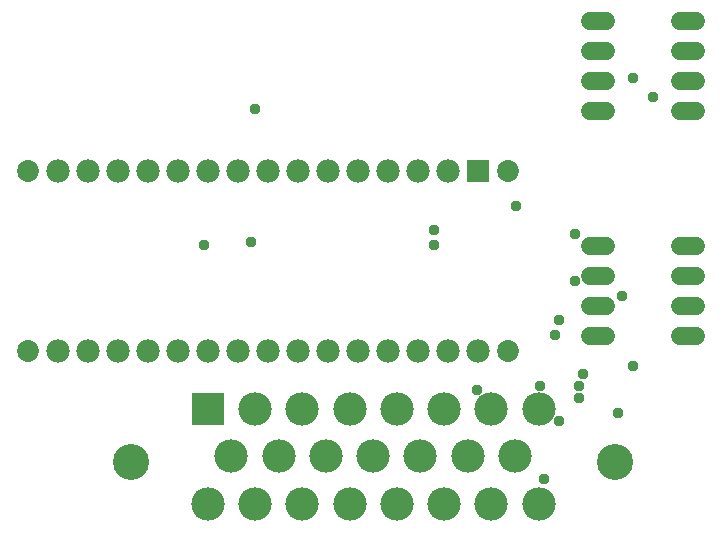
<source format=gbr>
G04 EAGLE Gerber X2 export*
%TF.Part,Single*%
%TF.FileFunction,Soldermask,Bot,1*%
%TF.FilePolarity,Negative*%
%TF.GenerationSoftware,Autodesk,EAGLE,9.1.3*%
%TF.CreationDate,2020-03-28T12:55:41Z*%
G75*
%MOMM*%
%FSLAX34Y34*%
%LPD*%
%AMOC8*
5,1,8,0,0,1.08239X$1,22.5*%
G01*
%ADD10C,1.524000*%
%ADD11C,3.053200*%
%ADD12R,2.828200X2.828200*%
%ADD13C,2.828200*%
%ADD14R,1.981200X1.981200*%
%ADD15C,1.981200*%
%ADD16C,1.854200*%
%ADD17C,0.959600*%


D10*
X488696Y266700D02*
X501904Y266700D01*
X501904Y241300D02*
X488696Y241300D01*
X564896Y190500D02*
X578104Y190500D01*
X578104Y215900D02*
X564896Y215900D01*
X501904Y215900D02*
X488696Y215900D01*
X488696Y190500D02*
X501904Y190500D01*
X564896Y241300D02*
X578104Y241300D01*
X578104Y266700D02*
X564896Y266700D01*
X501904Y457200D02*
X488696Y457200D01*
X488696Y431800D02*
X501904Y431800D01*
X564896Y381000D02*
X578104Y381000D01*
X578104Y406400D02*
X564896Y406400D01*
X501904Y406400D02*
X488696Y406400D01*
X488696Y381000D02*
X501904Y381000D01*
X564896Y431800D02*
X578104Y431800D01*
X578104Y457200D02*
X564896Y457200D01*
D11*
X99800Y83900D03*
D12*
X164800Y128900D03*
D13*
X204800Y128900D03*
X244800Y128900D03*
X284800Y128900D03*
X324800Y128900D03*
X364800Y128900D03*
X404800Y128900D03*
X444800Y128900D03*
X184800Y88900D03*
X224800Y88900D03*
X264800Y88900D03*
X304800Y88900D03*
X344800Y88900D03*
X384800Y88900D03*
X424800Y88900D03*
X164800Y48900D03*
X204800Y48900D03*
X244800Y48900D03*
X284800Y48900D03*
X324800Y48900D03*
X364800Y48900D03*
X404800Y48900D03*
X444800Y48900D03*
D11*
X509800Y83900D03*
D14*
X393700Y330200D03*
D15*
X368300Y330200D03*
X342900Y330200D03*
X317500Y330200D03*
X292100Y330200D03*
X266700Y330200D03*
X241300Y330200D03*
X215900Y330200D03*
X190500Y330200D03*
X165100Y330200D03*
X139700Y330200D03*
X114300Y330200D03*
X88900Y330200D03*
X63500Y330200D03*
X38100Y330200D03*
X393700Y177800D03*
X368300Y177800D03*
X342900Y177800D03*
X317500Y177800D03*
X292100Y177800D03*
X266700Y177800D03*
X241300Y177800D03*
X215900Y177800D03*
X190500Y177800D03*
X165100Y177800D03*
X139700Y177800D03*
X114300Y177800D03*
X88900Y177800D03*
X63500Y177800D03*
X38100Y177800D03*
D16*
X12700Y330200D03*
X12700Y177800D03*
X419100Y177800D03*
X419100Y330200D03*
D17*
X525018Y165100D03*
X511810Y125476D03*
X462280Y204724D03*
X392938Y145288D03*
X478790Y138684D03*
X462280Y118872D03*
X475488Y277368D03*
X475488Y237744D03*
X458978Y191516D03*
X445770Y148590D03*
X425958Y300482D03*
X478790Y148590D03*
X201422Y270764D03*
X356616Y280670D03*
X525018Y409448D03*
X161798Y267462D03*
X356616Y267462D03*
X541528Y392938D03*
X204724Y383032D03*
X515112Y224536D03*
X449072Y69342D03*
X482092Y158496D03*
M02*

</source>
